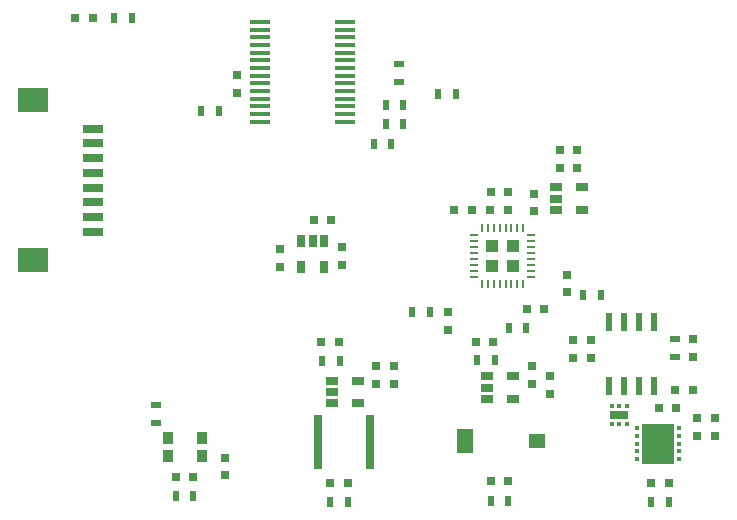
<source format=gtp>
G04 #@! TF.FileFunction,Paste,Top*
%FSLAX46Y46*%
G04 Gerber Fmt 4.6, Leading zero omitted, Abs format (unit mm)*
G04 Created by KiCad (PCBNEW 4.0.6) date Monday, August 21, 2017 'PMt' 07:11:47 PM*
%MOMM*%
%LPD*%
G01*
G04 APERTURE LIST*
%ADD10C,0.100000*%
%ADD11R,1.750000X0.450000*%
%ADD12R,0.750000X0.800000*%
%ADD13R,0.800000X0.750000*%
%ADD14R,0.797560X0.797560*%
%ADD15R,1.400000X1.200000*%
%ADD16R,1.400000X2.000000*%
%ADD17R,0.750000X4.550000*%
%ADD18R,2.600000X2.000000*%
%ADD19R,1.800000X0.700000*%
%ADD20R,0.500000X0.900000*%
%ADD21R,0.900000X0.500000*%
%ADD22R,0.450000X0.350000*%
%ADD23R,2.700000X3.400000*%
%ADD24R,0.250000X0.700000*%
%ADD25R,0.700000X0.250000*%
%ADD26R,1.035000X1.035000*%
%ADD27R,1.060000X0.650000*%
%ADD28R,0.650000X1.060000*%
%ADD29R,0.600000X1.550000*%
%ADD30R,0.900000X1.000000*%
%ADD31R,0.350000X0.400000*%
%ADD32R,1.600000X0.800000*%
G04 APERTURE END LIST*
D10*
D11*
X120860000Y-65752000D03*
X120860000Y-66402000D03*
X120860000Y-67052000D03*
X120860000Y-67702000D03*
X120860000Y-68352000D03*
X120860000Y-69002000D03*
X120860000Y-69652000D03*
X120860000Y-70302000D03*
X120860000Y-70952000D03*
X120860000Y-71602000D03*
X120860000Y-72252000D03*
X120860000Y-72902000D03*
X120860000Y-73552000D03*
X120860000Y-74202000D03*
X128060000Y-74202000D03*
X128060000Y-73552000D03*
X128060000Y-72902000D03*
X128060000Y-72252000D03*
X128060000Y-71602000D03*
X128060000Y-70952000D03*
X128060000Y-70302000D03*
X128060000Y-69652000D03*
X128060000Y-69002000D03*
X128060000Y-68352000D03*
X128060000Y-67702000D03*
X128060000Y-67052000D03*
X128060000Y-66402000D03*
X128060000Y-65752000D03*
D12*
X159385000Y-100814000D03*
X159385000Y-99314000D03*
X157861000Y-100814000D03*
X157861000Y-99314000D03*
X136779000Y-90309000D03*
X136779000Y-91809000D03*
D13*
X143395000Y-90043000D03*
X144895000Y-90043000D03*
D12*
X146812000Y-88646000D03*
X146812000Y-87146000D03*
D13*
X146201000Y-78105000D03*
X147701000Y-78105000D03*
X155980000Y-96901000D03*
X157480000Y-96901000D03*
X146201000Y-76581000D03*
X147701000Y-76581000D03*
X125361000Y-82550000D03*
X126861000Y-82550000D03*
X154583000Y-98425000D03*
X156083000Y-98425000D03*
X138787000Y-81661000D03*
X137287000Y-81661000D03*
X140335000Y-81661000D03*
X141835000Y-81661000D03*
D12*
X144018000Y-81788000D03*
X144018000Y-80288000D03*
X157480000Y-92595000D03*
X157480000Y-94095000D03*
X122555000Y-86487000D03*
X122555000Y-84987000D03*
D13*
X140347000Y-80137000D03*
X141847000Y-80137000D03*
D12*
X127762000Y-86348000D03*
X127762000Y-84848000D03*
X117856000Y-102640000D03*
X117856000Y-104140000D03*
D13*
X148844000Y-92710000D03*
X147344000Y-92710000D03*
X148820000Y-94234000D03*
X147320000Y-94234000D03*
D12*
X118872000Y-71731000D03*
X118872000Y-70231000D03*
D13*
X139077000Y-92837000D03*
X140577000Y-92837000D03*
D12*
X145415000Y-97270000D03*
X145415000Y-95770000D03*
D13*
X125996000Y-92837000D03*
X127496000Y-92837000D03*
D12*
X143891000Y-96381000D03*
X143891000Y-94881000D03*
X132207000Y-96369000D03*
X132207000Y-94869000D03*
X130683000Y-96369000D03*
X130683000Y-94869000D03*
D14*
X106680000Y-65405000D03*
X105181400Y-65405000D03*
X115189000Y-104267000D03*
X113690400Y-104267000D03*
X128270000Y-104775000D03*
X126771400Y-104775000D03*
X141859000Y-104648000D03*
X140360400Y-104648000D03*
X155435300Y-104775000D03*
X153936700Y-104775000D03*
D15*
X144272000Y-101219000D03*
D16*
X138172000Y-101219000D03*
D17*
X125725000Y-101346000D03*
X130175000Y-101346000D03*
D18*
X101600000Y-85940000D03*
X101600000Y-72390000D03*
D19*
X106700000Y-83540000D03*
X106700000Y-82290000D03*
X106700000Y-81040000D03*
X106700000Y-79790000D03*
X106700000Y-78540000D03*
X106700000Y-77290000D03*
X106700000Y-76040000D03*
X106700000Y-74790000D03*
D20*
X135231000Y-90297000D03*
X133731000Y-90297000D03*
X143383000Y-91694000D03*
X141883000Y-91694000D03*
X148209000Y-88900000D03*
X149709000Y-88900000D03*
X109970000Y-65405000D03*
X108470000Y-65405000D03*
X137402000Y-71882000D03*
X135902000Y-71882000D03*
D21*
X155956000Y-92595000D03*
X155956000Y-94095000D03*
D20*
X113689000Y-105918000D03*
X115189000Y-105918000D03*
X126770000Y-106426000D03*
X128270000Y-106426000D03*
D21*
X112014000Y-99671000D03*
X112014000Y-98171000D03*
D20*
X140359000Y-106299000D03*
X141859000Y-106299000D03*
X153936000Y-106426000D03*
X155436000Y-106426000D03*
D21*
X132588000Y-69354000D03*
X132588000Y-70854000D03*
D20*
X115848000Y-73279000D03*
X117348000Y-73279000D03*
X131953000Y-76073000D03*
X130453000Y-76073000D03*
X132969000Y-72771000D03*
X131469000Y-72771000D03*
X132969000Y-74422000D03*
X131469000Y-74422000D03*
X139192000Y-94361000D03*
X140692000Y-94361000D03*
X126111000Y-94488000D03*
X127611000Y-94488000D03*
D22*
X156337000Y-102758000D03*
X156337000Y-102108000D03*
X156337000Y-101458000D03*
X156337000Y-100808000D03*
X156337000Y-100158000D03*
X152787000Y-100158000D03*
X152787000Y-100808000D03*
X152787000Y-101458000D03*
X152787000Y-102108000D03*
X152787000Y-102758000D03*
D23*
X154562000Y-101458000D03*
D24*
X139614000Y-87970000D03*
X140114000Y-87970000D03*
X140614000Y-87970000D03*
X141114000Y-87970000D03*
X141614000Y-87970000D03*
X142114000Y-87970000D03*
X142614000Y-87970000D03*
X143114000Y-87970000D03*
D25*
X143764000Y-87320000D03*
X143764000Y-86820000D03*
X143764000Y-86320000D03*
X143764000Y-85820000D03*
X143764000Y-85320000D03*
X143764000Y-84820000D03*
X143764000Y-84320000D03*
X143764000Y-83820000D03*
D24*
X143114000Y-83170000D03*
X142614000Y-83170000D03*
X142114000Y-83170000D03*
X141614000Y-83170000D03*
X141114000Y-83170000D03*
X140614000Y-83170000D03*
X140114000Y-83170000D03*
X139614000Y-83170000D03*
D25*
X138964000Y-83820000D03*
X138964000Y-84320000D03*
X138964000Y-84820000D03*
X138964000Y-85320000D03*
X138964000Y-85820000D03*
X138964000Y-86320000D03*
X138964000Y-86820000D03*
X138964000Y-87320000D03*
D26*
X142226500Y-84707500D03*
X140501500Y-84707500D03*
X142226500Y-86432500D03*
X140501500Y-86432500D03*
D27*
X145923000Y-79761000D03*
X145923000Y-80711000D03*
X145923000Y-81661000D03*
X148123000Y-81661000D03*
X148123000Y-79761000D03*
D28*
X126238000Y-84287000D03*
X125288000Y-84287000D03*
X124338000Y-84287000D03*
X124338000Y-86487000D03*
X126238000Y-86487000D03*
D29*
X150368000Y-96553000D03*
X151638000Y-96553000D03*
X152908000Y-96553000D03*
X154178000Y-96553000D03*
X154178000Y-91153000D03*
X152908000Y-91153000D03*
X151638000Y-91153000D03*
X150368000Y-91153000D03*
D30*
X113051000Y-100989000D03*
X113051000Y-102489000D03*
X115951000Y-102489000D03*
X115951000Y-100989000D03*
D27*
X140040000Y-95763000D03*
X140040000Y-96713000D03*
X140040000Y-97663000D03*
X142240000Y-97663000D03*
X142240000Y-95763000D03*
X126959000Y-96139000D03*
X126959000Y-97089000D03*
X126959000Y-98039000D03*
X129159000Y-98039000D03*
X129159000Y-96139000D03*
D31*
X151907000Y-98247000D03*
X151257000Y-98247000D03*
X150607000Y-98247000D03*
X150607000Y-99822000D03*
X151257000Y-99822000D03*
X151907000Y-99822000D03*
D32*
X151257000Y-99034500D03*
M02*

</source>
